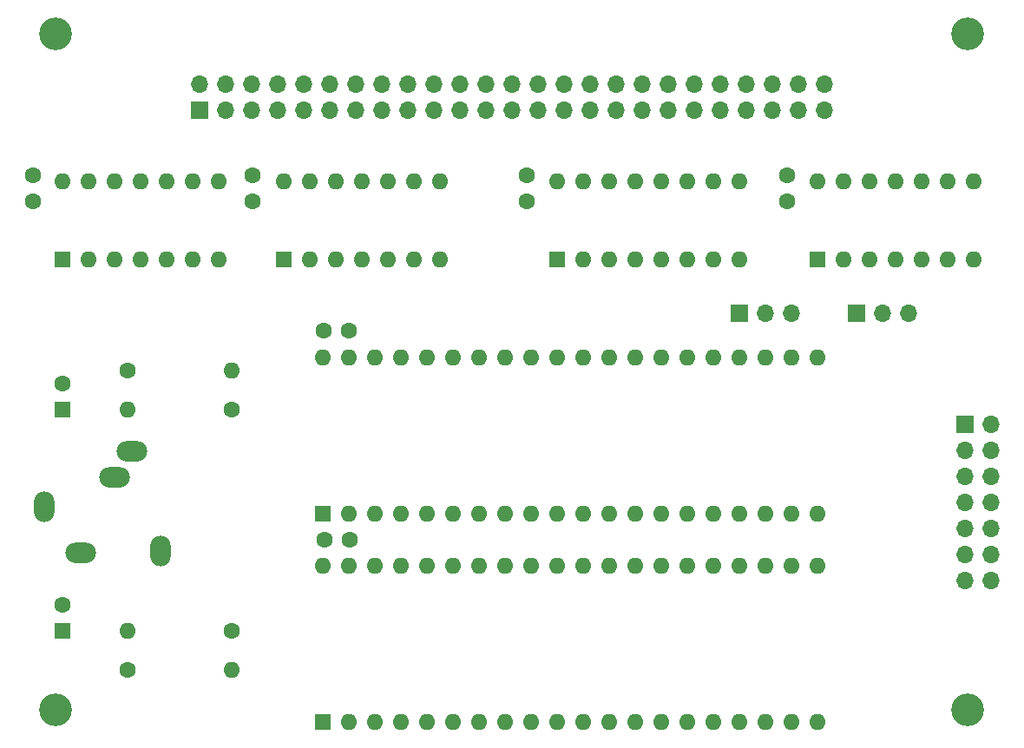
<source format=gbs>
G04 #@! TF.GenerationSoftware,KiCad,Pcbnew,7.0.9*
G04 #@! TF.CreationDate,2024-01-04T10:04:32+09:00*
G04 #@! TF.ProjectId,PC8001-PSG,50433830-3031-42d5-9053-472e6b696361,rev?*
G04 #@! TF.SameCoordinates,Original*
G04 #@! TF.FileFunction,Soldermask,Bot*
G04 #@! TF.FilePolarity,Negative*
%FSLAX46Y46*%
G04 Gerber Fmt 4.6, Leading zero omitted, Abs format (unit mm)*
G04 Created by KiCad (PCBNEW 7.0.9) date 2024-01-04 10:04:32*
%MOMM*%
%LPD*%
G01*
G04 APERTURE LIST*
%ADD10O,2.000000X3.000000*%
%ADD11O,3.000000X2.000000*%
%ADD12C,1.600000*%
%ADD13R,1.700000X1.700000*%
%ADD14O,1.700000X1.700000*%
%ADD15C,3.200000*%
%ADD16R,1.600000X1.600000*%
%ADD17O,1.600000X1.600000*%
G04 APERTURE END LIST*
D10*
X74480000Y-99640000D03*
D11*
X82980000Y-94240000D03*
X81280000Y-96740000D03*
X77980000Y-104140000D03*
D10*
X85780000Y-103940000D03*
D12*
X121500000Y-67350000D03*
X121500000Y-69850000D03*
D13*
X89570000Y-60970000D03*
D14*
X89570000Y-58430000D03*
X92110000Y-60970000D03*
X92110000Y-58430000D03*
X94650000Y-60970000D03*
X94650000Y-58430000D03*
X97190000Y-60970000D03*
X97190000Y-58430000D03*
X99730000Y-60970000D03*
X99730000Y-58430000D03*
X102270000Y-60970000D03*
X102270000Y-58430000D03*
X104810000Y-60970000D03*
X104810000Y-58430000D03*
X107350000Y-60970000D03*
X107350000Y-58430000D03*
X109890000Y-60970000D03*
X109890000Y-58430000D03*
X112430000Y-60970000D03*
X112430000Y-58430000D03*
X114970000Y-60970000D03*
X114970000Y-58430000D03*
X117510000Y-60970000D03*
X117510000Y-58430000D03*
X120050000Y-60970000D03*
X120050000Y-58430000D03*
X122590000Y-60970000D03*
X122590000Y-58430000D03*
X125130000Y-60970000D03*
X125130000Y-58430000D03*
X127670000Y-60970000D03*
X127670000Y-58430000D03*
X130210000Y-60970000D03*
X130210000Y-58430000D03*
X132750000Y-60970000D03*
X132750000Y-58430000D03*
X135290000Y-60970000D03*
X135290000Y-58430000D03*
X137830000Y-60970000D03*
X137830000Y-58430000D03*
X140370000Y-60970000D03*
X140370000Y-58430000D03*
X142910000Y-60970000D03*
X142910000Y-58430000D03*
X145450000Y-60970000D03*
X145450000Y-58430000D03*
X147990000Y-60970000D03*
X147990000Y-58430000D03*
X150530000Y-60970000D03*
X150530000Y-58430000D03*
D15*
X75500000Y-119500000D03*
D16*
X76200000Y-75488800D03*
D17*
X78740000Y-75488800D03*
X81280000Y-75488800D03*
X83820000Y-75488800D03*
X86360000Y-75488800D03*
X88900000Y-75488800D03*
X91440000Y-75488800D03*
X91440000Y-67868800D03*
X88900000Y-67868800D03*
X86360000Y-67868800D03*
X83820000Y-67868800D03*
X81280000Y-67868800D03*
X78740000Y-67868800D03*
X76200000Y-67868800D03*
D16*
X101600000Y-100330000D03*
D17*
X104140000Y-100330000D03*
X106680000Y-100330000D03*
X109220000Y-100330000D03*
X111760000Y-100330000D03*
X114300000Y-100330000D03*
X116840000Y-100330000D03*
X119380000Y-100330000D03*
X121920000Y-100330000D03*
X124460000Y-100330000D03*
X127000000Y-100330000D03*
X129540000Y-100330000D03*
X132080000Y-100330000D03*
X134620000Y-100330000D03*
X137160000Y-100330000D03*
X139700000Y-100330000D03*
X142240000Y-100330000D03*
X144780000Y-100330000D03*
X147320000Y-100330000D03*
X149860000Y-100330000D03*
X149860000Y-85090000D03*
X147320000Y-85090000D03*
X144780000Y-85090000D03*
X142240000Y-85090000D03*
X139700000Y-85090000D03*
X137160000Y-85090000D03*
X134620000Y-85090000D03*
X132080000Y-85090000D03*
X129540000Y-85090000D03*
X127000000Y-85090000D03*
X124460000Y-85090000D03*
X121920000Y-85090000D03*
X119380000Y-85090000D03*
X116840000Y-85090000D03*
X114300000Y-85090000D03*
X111760000Y-85090000D03*
X109220000Y-85090000D03*
X106680000Y-85090000D03*
X104140000Y-85090000D03*
X101600000Y-85090000D03*
D16*
X149855000Y-75488800D03*
D17*
X152395000Y-75488800D03*
X154935000Y-75488800D03*
X157475000Y-75488800D03*
X160015000Y-75488800D03*
X162555000Y-75488800D03*
X165095000Y-75488800D03*
X165095000Y-67868800D03*
X162555000Y-67868800D03*
X160015000Y-67868800D03*
X157475000Y-67868800D03*
X154935000Y-67868800D03*
X152395000Y-67868800D03*
X149855000Y-67868800D03*
D16*
X97790000Y-75488800D03*
D17*
X100330000Y-75488800D03*
X102870000Y-75488800D03*
X105410000Y-75488800D03*
X107950000Y-75488800D03*
X110490000Y-75488800D03*
X113030000Y-75488800D03*
X113030000Y-67868800D03*
X110490000Y-67868800D03*
X107950000Y-67868800D03*
X105410000Y-67868800D03*
X102870000Y-67868800D03*
X100330000Y-67868800D03*
X97790000Y-67868800D03*
D15*
X164500000Y-119500000D03*
D16*
X101600000Y-120650000D03*
D17*
X104140000Y-120650000D03*
X106680000Y-120650000D03*
X109220000Y-120650000D03*
X111760000Y-120650000D03*
X114300000Y-120650000D03*
X116840000Y-120650000D03*
X119380000Y-120650000D03*
X121920000Y-120650000D03*
X124460000Y-120650000D03*
X127000000Y-120650000D03*
X129540000Y-120650000D03*
X132080000Y-120650000D03*
X134620000Y-120650000D03*
X137160000Y-120650000D03*
X139700000Y-120650000D03*
X142240000Y-120650000D03*
X144780000Y-120650000D03*
X147320000Y-120650000D03*
X149860000Y-120650000D03*
X149860000Y-105410000D03*
X147320000Y-105410000D03*
X144780000Y-105410000D03*
X142240000Y-105410000D03*
X139700000Y-105410000D03*
X137160000Y-105410000D03*
X134620000Y-105410000D03*
X132080000Y-105410000D03*
X129540000Y-105410000D03*
X127000000Y-105410000D03*
X124460000Y-105410000D03*
X121920000Y-105410000D03*
X119380000Y-105410000D03*
X116840000Y-105410000D03*
X114300000Y-105410000D03*
X111760000Y-105410000D03*
X109220000Y-105410000D03*
X106680000Y-105410000D03*
X104140000Y-105410000D03*
X101600000Y-105410000D03*
D12*
X82550000Y-115570000D03*
D17*
X92710000Y-115570000D03*
D12*
X73300000Y-67350000D03*
X73300000Y-69850000D03*
X82550000Y-86360000D03*
D17*
X92710000Y-86360000D03*
D15*
X75500000Y-53500000D03*
D16*
X124460000Y-75488800D03*
D17*
X127000000Y-75488800D03*
X129540000Y-75488800D03*
X132080000Y-75488800D03*
X134620000Y-75488800D03*
X137160000Y-75488800D03*
X139700000Y-75488800D03*
X142240000Y-75488800D03*
X142240000Y-67868800D03*
X139700000Y-67868800D03*
X137160000Y-67868800D03*
X134620000Y-67868800D03*
X132080000Y-67868800D03*
X129540000Y-67868800D03*
X127000000Y-67868800D03*
X124460000Y-67868800D03*
D13*
X142265000Y-80800000D03*
D14*
X144805000Y-80800000D03*
X147345000Y-80800000D03*
D12*
X101760000Y-102900000D03*
X104260000Y-102900000D03*
X92710000Y-90170000D03*
D17*
X82550000Y-90170000D03*
D12*
X146900000Y-67350000D03*
X146900000Y-69850000D03*
D16*
X76200000Y-90170000D03*
D12*
X76200000Y-87670000D03*
D13*
X164260000Y-91580000D03*
D14*
X166800000Y-91580000D03*
X164260000Y-94120000D03*
X166800000Y-94120000D03*
X164260000Y-96660000D03*
X166800000Y-96660000D03*
X164260000Y-99200000D03*
X166800000Y-99200000D03*
X164260000Y-101740000D03*
X166800000Y-101740000D03*
X164260000Y-104280000D03*
X166800000Y-104280000D03*
X164260000Y-106820000D03*
X166800000Y-106820000D03*
D12*
X92710000Y-111760000D03*
D17*
X82550000Y-111760000D03*
D13*
X153710000Y-80800000D03*
D14*
X156250000Y-80800000D03*
X158790000Y-80800000D03*
D12*
X94800000Y-67350000D03*
X94800000Y-69850000D03*
D15*
X164500000Y-53500000D03*
D16*
X76240000Y-111760000D03*
D12*
X76240000Y-109260000D03*
X101660000Y-82500000D03*
X104160000Y-82500000D03*
M02*

</source>
